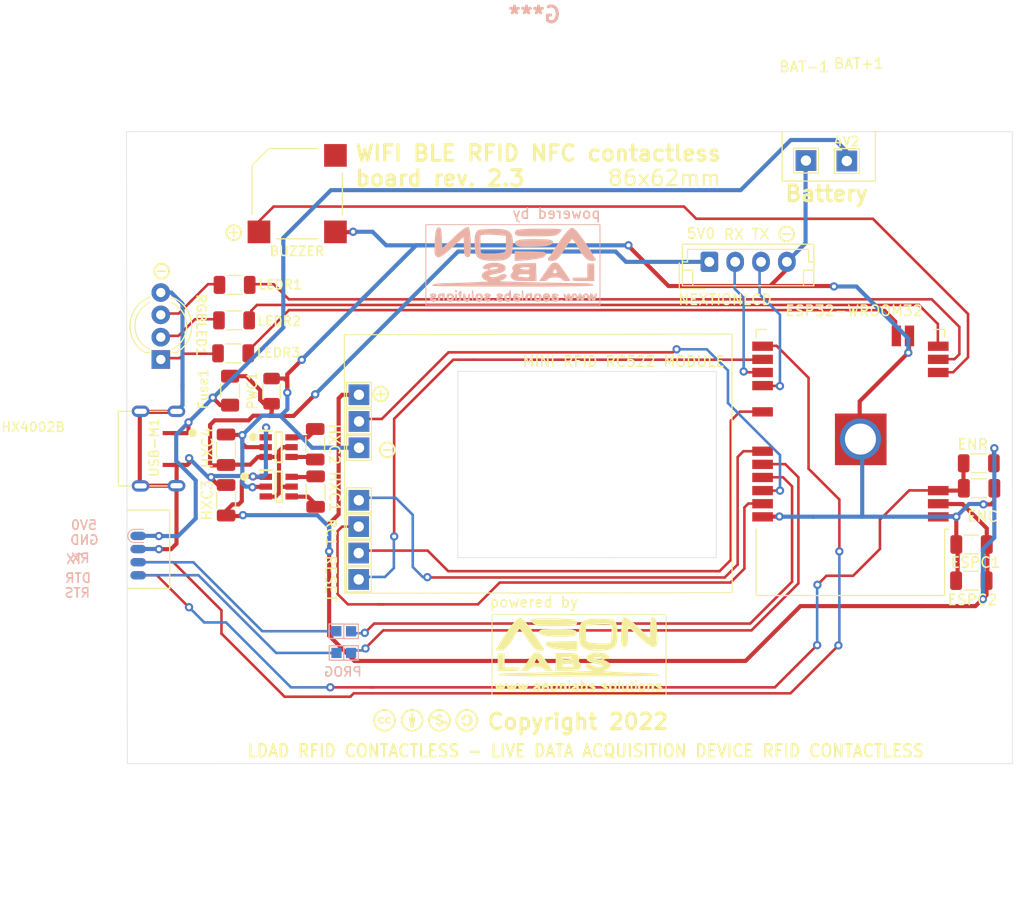
<source format=kicad_pcb>
(kicad_pcb (version 20211014) (generator pcbnew)
  (layers (0 "F.Cu" signal) (31 "B.Cu" signal) (34 "B.Paste" user) (35 "F.Paste" user) (36 "B.SilkS" user "B.Silkscreen") (37 "F.SilkS" user "F.Silkscreen") (38 "B.Mask" user) (39 "F.Mask" user) (44 "Edge.Cuts" user))
  (net 0 "")
  (net 1 "Net-(HX4002B1-Pad4)")
  (net 2 "Net-(HX4002B1-Pad6)")
  (net 3 "Net-(HX4002B2-Pad4)")
  (net 4 "Net-(HX4002B2-Pad6)")
  (net 5 "/GND")
  (net 6 "/5V0")
  (net 7 "/3V3")
  (net 8 "/IO01TX")
  (net 9 "/IO27")
  (net 10 "/IO13")
  (net 11 "/IO12")
  (net 12 "/IO16_U2RX_NexTX")
  (net 13 "/IO14")
  (net 14 "Net-(LEDR1-Pad1)")
  (net 15 "Net-(LEDR2-Pad1)")
  (net 16 "Net-(LEDR3-Pad1)")
  (net 17 "/IO0_BOOT_DTR")
  (net 18 "/IO17_U2TX_NexRX")
  (net 19 "/IO18_RF_SCK")
  (net 20 "/RST_EN_RTS")
  (net 21 "/IO03RX")
  (net 23 "/IO21_RF_MISO")
  (net 24 "/IO22_RF_RST")
  (net 25 "/IO23_RF_MOSI")
  (net 26 "/IO04_RF_SDA")
  (net 49 "/5V0F")
  (net 50 "/TX_IN")
  (net 51 "/RX_IN")
  (footprint "Buzzer_Beeper:MagneticBuzzer_Kobitone_254-EMB84Q-RO" (layer "F.Cu") (at 116.89 88.85 90)
    (fp_text reference "BUZZER1" hide)
    (fp_text value "Buzzer")
  )
  (footprint "Package_SO:SOT95P280X125-6N" (layer "F.Cu") (at 115.1 117.2)
    (fp_text reference "HX4002B1" hide)
    (fp_text value "HX4002B" hide)
  )
  (footprint "Package_SO:SOT95P280X125-6N" (layer "F.Cu") (at 115.09 113.38)
    (fp_text reference "HX4002B2" hide)
    (fp_text value "HX4002B" hide)
  )
  (footprint "TestPoint:TestPoint_THTPad_2.0x2.0mm_Drill1.0mm" (layer "F.Cu") (at 122.86 108.31 180)
    (fp_text reference "ID3V3" hide)
    (fp_text value "RFID3v3")
  )
  (footprint "TestPoint:TestPoint_THTPad_2.0x2.0mm_Drill1.0mm" (layer "F.Cu") (at 122.87 113.44 180)
    (fp_text reference "IDGND1" hide)
    (fp_text value "RFIDGND")
  )
  (footprint "TestPoint:TestPoint_THTPad_2.0x2.0mm_Drill1.0mm" (layer "F.Cu") (at 122.85 118.52 180)
    (fp_text reference "IDMISO1" hide)
    (fp_text value "RFIDMISO")
  )
  (footprint "TestPoint:TestPoint_THTPad_2.0x2.0mm_Drill1.0mm" (layer "F.Cu") (at 122.84 121.07 180)
    (fp_text reference "IDMOSI1" hide)
    (fp_text value "RFIDMOSI")
  )
  (footprint "TestPoint:TestPoint_THTPad_2.0x2.0mm_Drill1.0mm" (layer "F.Cu") (at 122.87 110.89 180)
    (fp_text reference "IDRST1" hide)
    (fp_text value "RFIDRST")
  )
  (footprint "TestPoint:TestPoint_THTPad_2.0x2.0mm_Drill1.0mm" (layer "F.Cu") (at 122.84 123.63 180)
    (fp_text reference "IDSCK1" hide)
    (fp_text value "RFIDSCK")
  )
  (footprint "TestPoint:TestPoint_THTPad_2.0x2.0mm_Drill1.0mm" (layer "F.Cu") (at 122.84 126.18 180)
    (fp_text reference "IDSDA1" hide)
    (fp_text value "RFIDSDA")
  )
  (footprint "LED_THT:LED_D5.0mm-4_RGB_Wide_Pins" (layer "F.Cu") (at 103.69 104.897 90)
    (fp_text reference "RGBLED1")
    (fp_text value "LED_RGB")
  )
  (footprint "MountingHole:MountingHole_6.5mm" (layer "F.Cu") (at 106.13 88.81)
    (fp_text reference "H1" hide)
    (fp_text value "MountingHole")
  )
  (footprint "MountingHole:MountingHole_6.5mm" (layer "F.Cu") (at 106.12 138.3)
    (fp_text reference "H2" hide)
    (fp_text value "MountingHole")
  )
  (footprint "Fuse:Fuse_1206_3216Metric" (layer "F.Cu") (at 110.395 107.915 -90)
    (fp_text reference "Fuse1")
    (fp_text value "Polyfuse")
  )
  (footprint "Capacitor_SMD:C_True_1206_3216Metric" (layer "F.Cu") (at 114.41 107.95 90)
    (fp_text reference "PWC1")
    (fp_text value "0.1pF")
  )
  (footprint "AeonLabs:Micro_USB_pcb_socket_5pin_4weld_points" (layer "F.Cu") (at 102.74 113.34 -90)
    (fp_text reference "USB-M1")
    (fp_text value "USB-M")
  )
  (footprint "MountingHole:MountingHole_6.5mm" (layer "F.Cu") (at 180.45 88.81)
    (fp_text reference "H3" hide)
    (fp_text value "MountingHole")
  )
  (footprint "MountingHole:MountingHole_6.5mm" (layer "F.Cu") (at 180.46 138.29)
    (fp_text reference "H4" hide)
    (fp_text value "MountingHole")
  )
  (footprint "Connector_JST:JST_EH_B4B-EH-A_1x04_P2.50mm_Vertical" (layer "F.Cu") (at 156.77 95.45)
    (fp_text reference "J1" hide)
    (fp_text value "Conn_01x04_Male")
  )
  (footprint "TestPoint:TestPoint_THTPad_2.0x2.0mm_Drill1.0mm" (layer "F.Cu") (at 166.12 85.65)
    (fp_text reference "BAT-1")
    (fp_text value "BAT-")
  )
  (footprint "AeonLabs:aeon logo www" (layer "F.Cu") (at 144.16 133.42)
    (fp_text reference "G***" hide)
    (fp_text value "LOGO" hide)
  )
  (footprint "Capacitor_SMD:C_1206_3216Metric" (layer "F.Cu") (at 182.14 122.8 180)
    (fp_text reference "ESPC1")
    (fp_text value "0.1uF")
  )
  (footprint "Resistor_SMD:R_1206_3216Metric" (layer "F.Cu") (at 110.78 101.11)
    (fp_text reference "LEDR2")
    (fp_text value "330R")
  )
  (footprint "Capacitor_SMD:C_1206_3216Metric" (layer "F.Cu") (at 118.67 117.68 -90)
    (fp_text reference "HXC1")
    (fp_text value "2.2uF")
  )
  (footprint "Capacitor_SMD:C_1206_3216Metric" (layer "F.Cu") (at 182.87 117.36 180)
    (fp_text reference "ESP_EN_C1" hide)
    (fp_text value "0.1uF")
  )
  (footprint "Capacitor_SMD:C_1206_3216Metric" (layer "F.Cu") (at 110.01 118.52 90)
    (fp_text reference "HXC3")
    (fp_text value "2.2uF")
  )
  (footprint "Capacitor_SMD:C_1206_3216Metric" (layer "F.Cu") (at 110 113.63 90)
    (fp_text reference "HXC4")
    (fp_text value "2.2uF")
  )
  (footprint "TestPoint:TestPoint_THTPad_2.0x2.0mm_Drill1.0mm" (layer "F.Cu") (at 170.07 85.69)
    (fp_text reference "BAT+1")
    (fp_text value "BAT+")
  )
  (footprint "Resistor_SMD:R_1206_3216Metric" (layer "F.Cu") (at 110.69 104.3)
    (fp_text reference "LEDR3")
    (fp_text value "330R")
  )
  (footprint "Resistor_SMD:R_1206_3216Metric" (layer "F.Cu") (at 110.83 97.68)
    (fp_text reference "LEDR1")
    (fp_text value "330R")
  )
  (footprint "Capacitor_SMD:C_1206_3216Metric" (layer "F.Cu") (at 118.63 113.1 -90)
    (fp_text reference "HXC2")
    (fp_text value "2.2uF")
  )
  (footprint "Capacitor_SMD:C_1206_3216Metric" (layer "F.Cu") (at 182.12 126.3 180)
    (fp_text reference "ESPC2")
    (fp_text value "22uF")
  )
  (footprint "Resistor_SMD:R_1206_3216Metric" (layer "F.Cu") (at 182.84 114.94 180)
    (fp_text reference "ENR1" hide)
    (fp_text value "10k")
  )
  (footprint "RF_Module:ESP32-WROOM-32" (layer "F.Cu") (at 170.42 111.87 180)
    (fp_text reference "ESP32-WROOM32")
    (fp_text value "ESP32-WROOM-32")
  )
  (footprint "AeonLabs:aeon creative commons logos" (layer "F.Cu") (at 129.3098 139.758532)
    (fp_text reference "G***" hide)
    (fp_text value "LOGO" hide)
  )
  (footprint "TestPoint:TestPoint_Pad_1.0x1.0mm" (layer "B.Cu") (at 120.69 133.29)
    (fp_text reference "CRX1" hide)
    (fp_text value "CRX")
  )
  (footprint "TestPoint:TestPoint_Pad_1.0x1.0mm" (layer "B.Cu") (at 122.1 133.29)
    (fp_text reference "CRX2" hide)
    (fp_text value "CRX2")
  )
  (footprint "TestPoint:TestPoint_Pad_1.0x1.0mm" (layer "B.Cu") (at 120.67 131.19)
    (fp_text reference "CTX1" hide)
    (fp_text value "CTX")
  )
  (footprint "TestPoint:TestPoint_Pad_1.0x1.0mm" (layer "B.Cu") (at 122.1 131.2)
    (fp_text reference "CTX2" hide)
    (fp_text value "CTX2")
  )
  (footprint "AeonLabs:aeon logo www" (layer "B.Cu") (at 137.76 95.7 180)
    (fp_text reference "G***")
    (fp_text value "LOGO" hide)
  )
  (footprint "Connector:SOIC_clipProgSmall" (layer "B.Cu") (at 100.75 123.875 90)
    (fp_text reference "J2" hide)
    (fp_text value "Conn_01x08_Male")
  )
  (gr_line (start 121.48 127.52) (end 158.92 127.46) (layer "F.SilkS") (width 0.1))
  (gr_line (start 121.48 127.52) (end 121.45 102.5) (layer "F.SilkS") (width 0.1))
  (gr_circle (center 112.64 112.39587) (end 112.85587 112.39587) (layer "F.SilkS") (width 0.4) (fill none))
  (gr_circle (center 124.96 108.235202) (end 125.674923 108.215202) (layer "F.SilkS") (width 0.2) (fill none))
  (gr_line (start 100.49 119.47) (end 104.55 119.47) (layer "F.SilkS") (width 0.12))
  (gr_line (start 121.45 102.5) (end 158.95 102.44) (layer "F.SilkS") (width 0.1))
  (gr_circle (center 106.77 111.99) (end 106.98587 111.99) (layer "F.SilkS") (width 0.4) (fill none))
  (gr_circle (center 103.77 96.354798) (end 104.484923 96.334798) (layer "F.SilkS") (width 0.2) (fill none))
  (gr_line (start 163.81 87.63) (end 163.81 82.87) (layer "F.SilkS") (width 0.12))
  (gr_line (start 172.84 87.63) (end 163.81 87.63) (layer "F.SilkS") (width 0.12))
  (gr_circle (center 125.594798 113.64) (end 126.309721 113.62) (layer "F.SilkS") (width 0.2) (fill none))
  (gr_circle (center 164.25 92.75) (end 164.964923 92.73) (layer "F.SilkS") (width 0.2) (fill none))
  (gr_line (start 104.55 119.47) (end 104.55 127.05) (layer "F.SilkS") (width 0.12))
  (gr_circle (center 111.78413 116.23) (end 112 116.23) (layer "F.SilkS") (width 0.4) (fill none))
  (gr_line (start 172.84 82.86) (end 172.84 87.63) (layer "F.SilkS") (width 0.12))
  (gr_line (start 104.55 127.05) (end 100.5 127.05) (layer "F.SilkS") (width 0.12))
  (gr_circle (center 110.75 92.62) (end 111.464923 92.6) (layer "F.SilkS") (width 0.2) (fill none))
  (gr_line (start 158.98 127.46) (end 158.95 102.44) (layer "F.SilkS") (width 0.1))
  (gr_line (start 100.45 144) (end 186.1 144.01) (layer "Edge.Cuts") (width 0.05))
  (gr_line (start 100.37 82.85) (end 100.45 144) (layer "Edge.Cuts") (width 0.05))
  (gr_line (start 132.43 124.07) (end 157.43 124.08) (layer "Edge.Cuts") (width 0.05))
  (gr_line (start 132.44 106.05) (end 132.43 124.07) (layer "Edge.Cuts") (width 0.05))
  (gr_line (start 157.44 106.06) (end 157.43 124.08) (layer "Edge.Cuts") (width 0.05))
  (gr_line (start 132.44 106.05) (end 157.44 106.06) (layer "Edge.Cuts") (width 0.05))
  (gr_line (start 100.37 82.85) (end 186.08 82.86) (layer "Edge.Cuts") (width 0.05))
  (gr_line (start 186.08 82.86) (end 186.1 144.01) (layer "Edge.Cuts") (width 0.05))
  (gr_text "GND\n" (at 96.3 122.36) (layer "B.SilkS") (effects (font (size 0.9 0.9)) (justify mirror)))
  (gr_text "TX" (at 95.31 124.22) (layer "B.SilkS") (effects (font (size 0.9 0.9)) (justify mirror)))
  (gr_text "powered by" (at 141.99 90.77) (layer "B.SilkS") (effects (font (size 1 1)) (justify mirror)))
  (gr_text "RX" (at 95.92 124.13) (layer "B.SilkS") (effects (font (size 0.9 0.9)) (justify mirror)))
  (gr_text "PROG" (at 121.31 135.12) (layer "B.SilkS") (effects (font (size 0.9 0.9)) (justify mirror)))
  (gr_text "5V0" (at 96.25 120.92) (layer "B.SilkS") (effects (font (size 0.9 0.9)) (justify mirror)))
  (gr_text "RTS" (at 95.61 127.48) (layer "B.SilkS") (effects (font (size 0.9 0.9)) (justify mirror)))
  (gr_text "DTR" (at 95.69 126.05) (layer "B.SilkS") (effects (font (size 0.9 0.9)) (justify mirror)))
  (gr_text "86x62mm" (at 152.42 87.34) (layer "F.SilkS") (effects (font (size 1.5 1.5) (thickness 0.2))))
  (gr_text "MINI RFID RC522 MODULE" (at 148.49 105.09) (layer "F.SilkS") (effects (font (size 1 1))))
  (gr_text "LDAD RFID CONTACTLESS - LIVE DATA ACQUISITION DEVICE RFID CONTACTLESS" (at 144.81 142.77) (layer "F.SilkS") (effects (font (size 1.2 1.1) (thickness 0.2))))
  (gr_text "Battery" (at 168.12 88.85) (layer "F.SilkS") (effects (font (size 1.5 1.5) (thickness 0.3))))
  (gr_text "Copyright 2022 " (at 144.63 139.94) (layer "F.SilkS") (effects (font (size 1.5 1.5) (thickness 0.3))))
  (gr_text "-" (at 164.25 92.675202) (layer "F.SilkS") (effects (font (size 1 1))))
  (gr_text "WIFI BLE RFID NFC contactless \nboard rev. 2.3" (at 122.37 86.15) (layer "F.SilkS") (effects (font (size 1.5 1.5) (thickness 0.3)) (justify left)))
  (gr_text "+" (at 124.96 108.19) (layer "F.SilkS") (effects (font (size 1 1))))
  (gr_text "TX" (at 161.72 92.77) (layer "F.SilkS") (effects (font (size 1 1))))
  (gr_text "NEXTIONLCD" (at 158.29 99.11) (layer "F.SilkS") (effects (font (size 1 1))))
  (gr_text "5V0" (at 155.96 92.7) (layer "F.SilkS") (effects (font (size 1 1))))
  (gr_text "BUZZER" (at 116.87 94.42) (layer "F.SilkS") (effects (font (size 0.9 0.9))))
  (gr_text "RESET" (at 120.13 126.11 -90) (layer "F.SilkS") (effects (font (size 1 1))))
  (gr_text "+" (at 110.74 92.54) (layer "F.SilkS") (effects (font (size 1 1))))
  (gr_text "4V2" (at 170.05 83.8) (layer "F.SilkS") (effects (font (size 0.9 0.9))))
  (gr_text "-" (at 103.77 96.28) (layer "F.SilkS") (effects (font (size 1 1))))
  (gr_text "RX" (at 159.15 92.8) (layer "F.SilkS") (effects (font (size 1 1))))
  (gr_text "RC1" (at 120.16 121.63 -90) (layer "F.SilkS") (effects (font (size 0.9 0.9))))
  (gr_text "ENC" (at 183.2 120.1) (layer "F.SilkS") (effects (font (size 1 1))))
  (gr_text "powered by" (at 139.79 128.38) (layer "F.SilkS") (effects (font (size 1 1))))
  (gr_text "HX4002B" (at 91.33 111.44) (layer "F.SilkS") (effects (font (size 0.9 0.9))))
  (gr_text "ENR" (at 182.26 113.1) (layer "F.SilkS") (effects (font (size 1 1))))
  (gr_text "-" (at 125.594798 113.565202) (layer "F.SilkS") (effects (font (size 1 1))))
  (segment (start 118.055 118.3) (end 118.68 118.925) (width 0.4) (layer "F.Cu") (net 1))
  (segment (start 117.925 118.17) (end 118.68 118.925) (width 0.4) (layer "F.Cu") (net 1))
  (segment (start 116.34 118.17) (end 117.925 118.17) (width 0.4) (layer "F.Cu") (net 1))
  (segment (start 116.34 116.27) (end 118.385 116.27) (width 0.4) (layer "F.Cu") (net 2))
  (segment (start 118.405 114.33) (end 118.69 114.615) (width 0.4) (layer "F.Cu") (net 3))
  (segment (start 116.34 114.33) (end 118.405 114.33) (width 0.4) (layer "F.Cu") (net 3))
  (segment (start 117.925 112.43) (end 118.69 111.665) (width 0.4) (layer "F.Cu") (net 4))
  (segment (start 116.34 112.43) (end 117.925 112.43) (width 0.4) (layer "F.Cu") (net 4))
  (segment (start 115.93 108.1) (end 115.93 106.33) (width 0.4) (layer "F.Cu") (net 5))
  (segment (start 113.84 113.38) (end 111.94 113.38) (width 0.4) (layer "F.Cu") (net 5))
  (segment (start 164.27 95.45) (end 164.27 96.17) (width 0.4) (layer "F.Cu") (net 5))
  (segment (start 184.02 118.92) (end 183.29 118.92) (width 0.4) (layer "F.Cu") (net 5))
  (segment (start 105.22 115.125) (end 105.22 116.795) (width 0.4) (layer "F.Cu") (net 5))
  (segment (start 114.41 106.74) (end 115.64 106.74) (width 0.4) (layer "F.Cu") (net 5))
  (segment (start 180.665 122.8) (end 180.665 120.215) (width 0.4) (layer "F.Cu") (net 5))
  (segment (start 101.68 117.17) (end 101.66 117.19) (width 0.25) (layer "F.Cu") (net 5))
  (segment (start 104.68 123.25) (end 105.21 122.72) (width 0.4) (layer "F.Cu") (net 5))
  (segment (start 120.41 92.57) (end 122.35 92.57) (width 0.4) (layer "F.Cu") (net 5))
  (segment (start 103.5045 123.25) (end 104.68 123.25) (width 0.4) (layer "F.Cu") (net 5))
  (segment (start 180.665 120.215) (end 180.79 120.09) (width 0.4) (layer "F.Cu") (net 5))
  (segment (start 176.02 104.24) (end 171.315 108.945) (width 0.4) (layer "F.Cu") (net 5))
  (segment (start 111.555 112.195) (end 111.58 112.22) (width 0.4) (layer "F.Cu") (net 5))
  (segment (start 105.21 122.72) (end 105.21 117.11) (width 0.4) (layer "F.Cu") (net 5))
  (segment (start 184.07 117.565) (end 184.315 117.32) (width 0.4) (layer "F.Cu") (net 5))
  (segment (start 113.84 117.22) (end 112.5 117.22) (width 0.4) (layer "F.Cu") (net 5))
  (segment (start 111.58 113.02) (end 111.58 112.22) (width 0.4) (layer "F.Cu") (net 5))
  (segment (start 108.585 116.395) (end 108.51 116.32) (width 0.4) (layer "F.Cu") (net 5))
  (segment (start 168.81 97.81) (end 168.83 97.83) (width 0.4) (layer "F.Cu") (net 5))
  (segment (start 111.94 113.38) (end 111.58 113.02) (width 0.4) (layer "F.Cu") (net 5))
  (segment (start 115.93 106.33) (end 117.33 104.93) (width 0.4) (layer "F.Cu") (net 5))
  (segment (start 184.345 117.36) (end 184.345 118.595) (width 0.4) (layer "F.Cu") (net 5))
  (segment (start 104.87 116.77) (end 105.21 117.11) (width 0.4) (layer "F.Cu") (net 5))
  (segment (start 105.16 117.11) (end 101.7 117.11) (width 0.4) (layer "F.Cu") (net 5))
  (segment (start 152.82 97.79) (end 148.96 93.93) (width 0.4) (layer "F.Cu") (net 5))
  (segment (start 102.4 109.835) (end 102.38 109.815) (width 0.25) (layer "F.Cu") (net 5))
  (segment (start 110.05 112.195) (end 111.555 112.195) (width 0.4) (layer "F.Cu") (net 5))
  (segment (start 180.36 120.1) (end 180.35 120.11) (width 0.25) (layer "F.Cu") (net 5))
  (segment (start 180.795 122.8) (end 180.795 124.725) (width 0.4) (layer "F.Cu") (net 5))
  (segment (start 106.43 114.45) (end 106.43 114.92) (width 0.4) (layer "F.Cu") (net 5))
  (segment (start 180.795 124.725) (end 180.795 126.23) (width 0.4) (layer "F.Cu") (net 5))
  (segment (start 169.35 113.57) (end 169.35 113.72) (width 0.25) (layer "F.Cu") (net 5))
  (segment (start 176.095 104.165) (end 176.02 104.24) (width 0.25) (layer "F.Cu") (net 5))
  (segment (start 109.285 117.095) (end 108.585 116.395) (width 0.4) (layer "F.Cu") (net 5))
  (segment (start 115.93 107.03) (end 115.93 108.1) (width 0.4) (layer "F.Cu") (net 5))
  (segment (start 180.83 120.06) (end 179.135 120.06) (width 0.4) (layer "F.Cu") (net 5))
  (segment (start 171.315 108.945) (end 171.315 112.6) (width 0.4) (layer "F.Cu") (net 5))
  (segment (start 162.65 97.79) (end 168.79 97.79) (width 0.4) (layer "F.Cu") (net 5))
  (segment (start 106.43 114.92) (end 106.25 115.1) (width 0.4) (layer "F.Cu") (net 5))
  (segment (start 106.25 115.1) (end 104.87 115.1) (width 0.4) (layer "F.Cu") (net 5))
  (segment (start 110.06 117.095) (end 109.285 117.095) (width 0.4) (layer "F.Cu") (net 5))
  (segment (start 101.66 117.19) (end 101.66 109.97) (width 0.4) (layer "F.Cu") (net 5))
  (segment (start 176.095 102.595) (end 176.095 104.165) (width 0.4) (layer "F.Cu") (net 5))
  (segment (start 101.595 109.97) (end 105.245 109.97) (width 0.4) (layer "F.Cu") (net 5))
  (segment (start 168.79 97.79) (end 168.83 97.83) (width 0.4) (layer "F.Cu") (net 5))
  (segment (start 161.835 120.1) (end 163.46 120.1) (width 0.4) (layer "F.Cu") (net 5))
  (segment (start 164.27 96.17) (end 162.65 97.79) (width 0.4) (layer "F.Cu") (net 5))
  (segment (start 115.64 106.74) (end 115.93 107.03) (width 0.4) (layer "F.Cu") (net 5))
  (segment (start 162.65 97.79) (end 152.82 97.79) (width 0.4) (layer "F.Cu") (net 5))
  (segment (start 184.345 118.595) (end 184.02 118.92) (width 0.4) (layer "F.Cu") (net 5))
  (via (at 108.56 116.28) (size 0.8) (drill 0.4) (layers "F.Cu" "B.Cu") (net 5))
  (via (at 183.29 118.92) (size 0.8) (drill 0.4) (layers "F.Cu" "B.Cu") (net 5))
  (via (at 112.56 117.26) (size 0.8) (drill 0.4) (layers "F.Cu" "B.Cu") (net 5))
  (via (at 115.93 108.1) (size 0.8) (drill 0.4) (layers "F.Cu" "B.Cu") (net 5))
  (via (at 171.39 112.6) (size 4) (drill 3) (layers "F.Cu" "B.Cu") (net 5))
  (via (at 117.33 104.93) (size 0.8) (drill 0.4) (layers "F.Cu" "B.Cu") (net 5))
  (via (at 106.43 114.45) (size 0.8) (drill 0.4) (layers "F.Cu" "B.Cu") (net 5))
  (via (at 103.5045 123.25) (size 0.8) (drill 0.4) (layers "F.Cu" "B.Cu") (net 5))
  (via (at 168.83 97.83) (size 0.8) (drill 0.4) (layers "F.Cu" "B.Cu") (net 5))
  (via (at 180.67 120.11) (size 0.8) (drill 0.4) (layers "F.Cu" "B.Cu") (net 5))
  (via (at 176.02 104.24) (size 0.8) (drill 0.4) (layers "F.Cu" "B.Cu") (net 5))
  (via (at 148.94 93.85) (size 0.8) (drill 0.4) (layers "F.Cu" "B.Cu") (net 5))
  (via (at 111.58 112.22) (size 0.8) (drill 0.4) (layers "F.Cu" "B.Cu") (net 5))
  (via (at 163.55 120.09) (size 0.8) (drill 0.4) (layers "F.Cu" "B.Cu") (net 5))
  (via (at 122.3 92.54) (size 0.8) (drill 0.4) (layers "F.Cu" "B.Cu") (net 5))
  (segment (start 101.5795 123.235) (end 103.3395 123.235) (width 0.4) (layer "B.Cu") (net 5))
  (segment (start 181.9 118.88) (end 180.67 120.11) (width 0.4) (layer "B.Cu") (net 5))
  (segment (start 128.4 93.85) (end 129.21 93.85) (width 0.4) (layer "B.Cu") (net 5))
  (segment (start 119.96 113.44) (end 118.34 113.44) (width 0.4) (layer "B.Cu") (net 5))
  (segment (start 174.55 120.11) (end 172.65 120.11) (width 0.4) (layer "B.Cu") (net 5))
  (segment (start 168.83 97.83) (end 170.99 97.83) (width 0.4) (layer "B.Cu") (net 5))
  (segment (start 122.3 92.54) (end 124.18 92.54) (width 0.4) (layer "B.Cu") (net 5))
  (segment (start 115.22 110.32) (end 115.32 110.32) (width 0.4) (layer "B.Cu") (net 5))
  (segment (start 105.79 99.51) (end 105.79 107.22) (width 0.4) (layer "B.Cu") (net 5))
  (segment (start 124.18 92.54) (end 125.49 93.85) (width 0.4) (layer "B.Cu") (net 5))
  (segment (start 115.94 108.13) (end 115.86 108.05) (width 0.4) (layer "B.Cu") (net 5))
  (segment (start 115.94 108.11) (end 115.93 108.1) (width 0.4) (layer "B.Cu") (net 5))
  (segment (start 113.48 110.32) (end 111.58 112.22) (width 0.4) (layer "B.Cu") (net 5))
  (segment (start 166.08 93.64) (end 166.08 85.69) (width 0.4) (layer "B.Cu") (net 5))
  (segment (start 105.79 107.22) (end 105.79 107.77) (width 0.4) (layer "B.Cu") (net 5))
  (segment (start 172.65 120.11) (end 166.86 120.11) (width 0.4) (layer "B.Cu") (net 5))
  (segment (start 105.79 107.22) (end 105.79 109.33) (width 0.4) (layer "B.Cu") (net 5))
  (segment (start 111.58 116.89) (end 111.89 117.2) (width 0.4) (layer "B.Cu") (net 5))
  (segment (start 166.86 120.11) (end 166.79 120.11) (width 0.4) (layer "B.Cu") (net 5))
  (segment (start 105.79 109.33) (end 105.2 109.92) (width 0.4) (layer "B.Cu") (net 5))
  (segment (start 183.25 118.88) (end 183.29 118.92) (width 0.4) (layer "B.Cu") (net 5))
  (segment (start 115.32 110.32) (end 115.94 109.7) (width 0.4) (layer "B.Cu") (net 5))
  (segment (start 103.69 98.42) (end 104.7 98.42) (width 0.4) (layer "B.Cu") (net 5))
  (segment (start 111.58 113.48) (end 111.58 112.22) (width 0.4) (layer "B.Cu") (net 5))
  (segment (start 115.94 109.7) (end 115.94 108.11) (width 0.4) (layer "B.Cu") (net 5))
  (segment (start 117.33 104.92) (end 123.21 99.04) (width 0.4) (layer "B.Cu") (net 5))
  (segment (start 117.33 104.93) (end 117.33 104.92) (width 0.4) (layer "B.Cu") (net 5))
  (segment (start 111.58 116.17) (end 108.66 116.17) (width 0.4) (layer "B.Cu") (net 5))
  (segment (start 111.58 113.3) (end 111.58 113.48) (width 0.4) (layer "B.Cu") (net 5))
  (segment (start 171.56 112.69) (end 171.56 120.11) (width 0.4) (layer "B.Cu") (net 5))
  (segment (start 170.99 97.83) (end 176.02 102.86) (width 0.4) (layer "B.Cu") (net 5))
  (segment (start 104.7 98.42) (end 105.79 99.51) (width 0.4) (layer "B.Cu") (net 5))
  (segment (start 148.94 93.85) (end 129.21 93.85) (width 0.4) (layer "B.Cu") (net 5))
  (segment (start 111.58 116.17) (end 111.58 116.89) (width 0.4) (layer "B.Cu") (net 5))
  (segment (start 108.26 116.28) (end 108.56 116.28) (width 0.4) (layer "B.Cu") (net 5))
  (segment (start 119.96 113.44) (end 122.87 113.44) (width 0.4) (layer "B.Cu") (net 5))
  (segment (start 108.66 116.17) (end 108.51 116.32) (width 0.4) (layer "B.Cu") (net 5))
  (segment (start 174.56 120.1) (end 174.55 120.11) (width 0.25) (layer "B.Cu") (net 5))
  (segment (start 164.01 95.19) (end 164.27 95.45) (width 0.4) (layer "B.Cu") (net 5))
  (segment (start 180.35 120.11) (end 174.55 120.11) (width 0.4) (layer "B.Cu") (net 5))
  (segment (start 111.89 117.2) (end 112.65 117.2) (width 0.4) (layer "B.Cu") (net 5))
  (segment (start 181.9 118.88) (end 183.25 118.88) (width 0.4) (layer "B.Cu") (net 5))
  (segment (start 176.02 102.86) (end 176.02 104.24) (width 0.4) (layer "B.Cu") (net 5))
  (segment (start 119.63 113.44) (end 119.96 113.44) (width 0.4) (layer "B.Cu") (net 5))
  (segment (start 163.57 120.11) (end 163.55 120.09) (width 0.4) (layer "B.Cu") (net 5))
  (segment (start 113.48 110.32) (end 115.22 110.32) (width 0.4) (layer "B.Cu") (net 5))
  (segment (start 125.49 93.85) (end 125.89 93.85) (width 0.4) (layer "B.Cu") (net 5))
  (segment (start 123.21 99.04) (end 123.62 98.63) (width 0.4) (layer "B.Cu") (net 5))
  (segment (start 166.08 85.69) (end 166.12 85.65) (width 0.4) (layer "B.Cu") (net 5))
  (segment (start 164.27 95.45) (end 166.08 93.64) (width 0.4) (layer "B.Cu") (net 5))
  (segment (start 129.21 93.85) (end 125.89 93.85) (width 0.4) (layer "B.Cu") (net 5))
  (segment (start 166.86 120.11) (end 163.57 120.11) (width 0.4) (layer "B.Cu") (net 5))
  (segment (start 166.79 120.11) (end 166.74 120.16) (width 0.25) (layer "B.Cu") (net 5))
  (segment (start 118.34 113.44) (end 115.22 110.32) (width 0.4) (layer "B.Cu") (net 5))
  (segment (start 111.58 113.48) (end 111.58 116.17) (width 0.4) (layer "B.Cu") (net 5))
  (segment (start 123.21 99.04) (end 128.4 93.85) (width 0.4) (layer "B.Cu") (net 5))
  (segment (start 106.43 114.45) (end 108.26 116.28) (width 0.4) (layer "B.Cu") (net 5))
  (segment (start 113.08 114.33) (end 113.84 114.33) (width 0.4) (layer "F.Cu") (net 6))
  (segment (start 108.575 115.145) (end 108.46 115.03) (width 0.4) (layer "F.Cu") (net 6))
  (segment (start 114.41 110.11) (end 114.185 110.335) (width 0.4) (layer "F.Cu") (net 6))
  (segment (start 114.21 110.36) (end 116.54 110.36) (width 0.4) (layer "F.Cu") (net 6))
  (segment (start 109.685 115.075) (end 111.18 115.075) (width 0.4) (layer "F.Cu") (net 6))
  (segment (start 108.46 111.23) (end 108.905 110.785) (width 0.4) (layer "F.Cu") (net 6))
  (segment (start 114.86 114.33) (end 113.84 114.33) (width 0.4) (layer "F.Cu") (net 6))
  (segment (start 116.54 110.36) (end 118.63 108.27) (width 0.4) (layer "F.Cu") (net 6))
  (segment (start 115.53 113.38) (end 115.23 113.68) (width 0.4) (layer "F.Cu") (net 6))
  (segment (start 115.13 114.47) (end 115.13 114.13) (width 0.4) (layer "F.Cu") (net 6))
  (segment (start 114.41 109.18) (end 114.41 110.11) (width 0.4) (layer "F.Cu") (net 6))
  (segment (start 115.13 117.83) (end 115.13 114.47) (width 0.4) (layer "F.Cu") (net 6))
  (segment (start 114.185 110.335) (end 112.635 110.335) (width 0.4) (layer "F.Cu") (net 6))
  (segment (start 114.185 110.335) (end 114.21 110.36) (width 0.4) (layer "F.Cu") (net 6))
  (segment (start 108.46 115.03) (end 108.46 111.23) (width 0.4) (layer "F.Cu") (net 6))
  (segment (start 111.18 115.075) (end 112.335 115.075) (width 0.4) (layer "F.Cu") (net 6))
  (segment (start 112.335 115.075) (end 113.08 114.33) (width 0.4) (layer "F.Cu") (net 6))
  (segment (start 111.955 106.515) (end 110.395 106.515) (width 0.4) (layer "F.Cu") (net 6))
  (segment (start 116.34 117.22) (end 115.32 117.22) (width 0.4) (layer "F.Cu") (net 6))
  (segment (start 108.905 110.785) (end 112.185 110.785) (width 0.4) (layer "F.Cu") (net 6))
  (segment (start 109.39 114.78) (end 109.685 115.075) (width 0.4) (layer "F.Cu") (net 6))
  (segment (start 115.13 113.78) (end 115.23 113.68) (width 0.4) (layer "F.Cu") (net 6))
  (segment (start 110.37 106.54) (end 110.395 106.515) (width 0.25) (layer "F.Cu") (net 6))
  (segment (start 113.68 109.18) (end 113.3 108.8) (width 0.4) (layer "F.Cu") (net 6))
  (segment (start 114.79 118.17) (end 113.84 118.17) (width 0.4) (layer "F.Cu") (net 6))
  (segment (start 114.41 109.18) (end 113.68 109.18) (width 0.4) (layer "F.Cu") (net 6))
  (segment (start 113.3 108.8) (end 113.3 107.86) (width 0.4) (layer "F.Cu") (net 6))
  (segment (start 114.43 109.86) (end 114.43 109.09) (width 0.4) (layer "F.Cu") (net 6))
  (segment (start 110.05 115.145) (end 108.575 115.145) (width 0.4) (layer "F.Cu") (net 6))
  (segment (start 115.13 117.83) (end 114.79 118.17) (width 0.4) (layer "F.Cu") (net 6))
  (segment (start 113.84 114.33) (end 113.14 114.33) (width 0.4) (layer "F.Cu") (net 6))
  (segment (start 116.34 113.38) (end 115.53 113.38) (width 0.4) (layer "F.Cu") (net 6))
  (segment (start 115.13 114.47) (end 115.13 113.78) (width 0.4) (layer "F.Cu") (net 6))
  (segment (start 113.3 107.86) (end 111.955 106.515) (width 0.4) (layer "F.Cu") (net 6))
  (segment (start 112.185 110.785) (end 112.635 110.335) (width 0.4) (layer "F.Cu") (net 6))
  (segment (start 115.13 114.13) (end 115.095 114.095) (width 0.4) (layer "F.Cu") (net 6))
  (via (at 118.63 108.27) (size 0.8) (drill 0.4) (layers "F.Cu" "B.Cu") (net 6))
  (segment (start 132.45 94.45) (end 147.7 94.45) (width 0.4) (layer "B.Cu") (net 6))
  (segment (start 118.63 108.27) (end 132.45 94.45) (width 0.4) (layer "B.Cu") (net 6))
  (segment (start 148.7 95.45) (end 156.77 95.45) (width 0.4) (layer "B.Cu") (net 6))
  (segment (start 147.7 94.45) (end 148.7 95.45) (width 0.4) (layer "B.Cu") (net 6))
  (segment (start 122.85 108.32) (end 122.86 108.31) (width 0.4) (layer "F.Cu") (net 7))
  (segment (start 160.27 134.07) (end 165.58 128.76) (width 0.4) (layer "F.Cu") (net 7))
  (segment (start 119.98 120.79) (end 120.9 119.87) (width 0.4) (layer "F.Cu") (net 7))
  (segment (start 177.31 128.76) (end 177.3 128.75) (width 0.4) (layer "F.Cu") (net 7))
  (segment (start 110.06 120.045) (end 111.555 120.045) (width 0.4) (layer "F.Cu") (net 7))
  (segment (start 110.63 118.92) (end 111.22 118.92) (width 0.4) (layer "F.Cu") (net 7))
  (segment (start 110.06 120.045) (end 110.06 119.49) (width 0.4) (layer "F.Cu") (net 7))
  (segment (start 120.9 119.87) (end 120.9 108.66) (width 0.4) (layer "F.Cu") (net 7))
  (segment (start 111.22 118.92) (end 111.53 118.61) (width 0.4) (layer "F.Cu") (net 7))
  (segment (start 111.53 116.68) (end 111.98 116.23) (width 0.4) (layer "F.Cu") (net 7))
  (segment (start 181.265 118.885) (end 179.12 118.885) (width 0.4) (layer "F.Cu") (net 7))
  (segment (start 111.555 120.045) (end 111.64 119.96) (width 0.4) (layer "F.Cu") (net 7))
  (segment (start 184.3025 114.87) (end 184.3025 113.5275) (width 0.4) (layer "F.Cu") (net 7))
  (segment (start 183.775 126.18) (end 183.705 126.25) (width 0.4) (layer "F.Cu") (net 7))
  (segment (start 122.43 134.07) (end 160.27 134.07) (width 0.4) (layer "F.Cu") (net 7))
  (segment (start 184.3025 113.5275) (end 184.345 113.485) (width 0.4) (layer "F.Cu") (net 7))
  (segment (start 111.53 118.61) (end 111.53 116.68) (width 0.4) (layer "F.Cu") (net 7))
  (segment (start 183.615 121.235) (end 181.265 118.885) (width 0.4) (layer "F.Cu") (net 7))
  (segment (start 119.98 131.62) (end 122.43 134.07) (width 0.4) (layer "F.Cu") (net 7))
  (segment (start 183.615 122.8) (end 183.615 121.235) (width 0.4) (layer "F.Cu") (net 7))
  (segment (start 119.98 123.46) (end 119.98 120.79) (width 0.4) (layer "F.Cu") (net 7))
  (segment (start 184.315 114.8325) (end 184.3175 114.83) (width 0.4) (layer "F.Cu") (net 7))
  (segment (start 182.52 128.76) (end 177.31 128.76) (width 0.4) (layer "F.Cu") (net 7))
  (segment (start 165.58 128.76) (end 177.31 128.76) (width 0.4) (layer "F.Cu") (net 7))
  (segment (start 113.84 116.27) (end 112.58 116.27) (width 0.4) (layer "F.Cu") (net 7))
  (segment (start 113.84 112.43) (end 113.86 112.41) (width 0.4) (layer "F.Cu") (net 7))
  (segment (start 111.98 116.23) (end 112.64 116.23) (width 0.4) (layer "F.Cu") (net 7))
  (segment (start 120.9 108.66) (end 121.24 108.32) (width 0.4) (layer "F.Cu") (net 7))
  (segment (start 110.06 119.49) (end 110.63 118.92) (width 0.4) (layer "F.Cu") (net 7))
  (segment (start 183.595 126.3) (end 183.595 127.685) (width 0.4) (layer "F.Cu") (net 7))
  (segment (start 119.98 123.46) (end 119.98 131.62) (width 0.4) (layer "F.Cu") (net 7))
  (segment (start 183.675 126.3) (end 183.675 122.87) (width 0.4) (layer "F.Cu") (net 7))
  (segment (start 183.595 127.685) (end 182.52 128.76) (width 0.4) (layer "F.Cu") (net 7))
  (segment (start 113.89 112.525) (end 113.89 111.335) (width 0.4) (layer "F.Cu") (net 7))
  (segment (start 121.24 108.32) (end 122.85 108.32) (width 0.4) (layer "F.Cu") (net 7))
  (via (at 112.61 116.22) (size 0.8) (drill 0.4) (layers "F.Cu" "B.Cu") (net 7))
  (via (at 113.88 111.48) (size 0.8) (drill 0.4) (layers "F.Cu" "B.Cu") (net 7))
  (via (at 119.98 123.46) (size 0.8) (drill 0.4) (layers "F.Cu" "B.Cu") (net 7))
  (via (at 111.64 119.96) (size 0.8) (drill 0.4) (layers "F.Cu" "B.Cu") (net 7))
  (via (at 183.24 128.08) (size 0.8) (drill 0.4) (layers "F.Cu" "B.Cu") (net 7))
  (via (at 184.345 113.485) (size 0.8) (drill 0.4) (layers "F.Cu" "B.Cu") (net 7))
  (segment (start 113.86 115.96) (end 113.59 116.23) (width 0.4) (layer "B.Cu") (net 7))
  (segment (start 113.86 115.96) (end 113.86 111.5) (width 0.4) (layer "B.Cu") (net 7))
  (segment (start 183.24 128.08) (end 183.24 123.24) (width 0.4) (layer "B.Cu") (net 7))
  (segment (start 118.83 119.96) (end 119.98 121.11) (width 0.4) (layer "B.Cu") (net 7))
  (segment (start 113.86 111.5) (end 113.88 111.48) (width 0.4) (layer "B.Cu") (net 7))
  (segment (start 113.59 116.23) (end 112.64 116.23) (width 0.4) (layer "B.Cu") (net 7))
  (segment (start 184.345 122.135) (end 184.345 113.485) (width 0.4) (layer "B.Cu") (net 7))
  (segment (start 119.98 121.11) (end 119.98 123.46) (width 0.4) (layer "B.Cu") (net 7))
  (segment (start 183.24 123.24) (end 184.345 122.135) (width 0.4) (layer "B.Cu") (net 7))
  (segment (start 111.64 119.96) (end 118.83 119.96) (width 0.4) (layer "B.Cu") (net 7))
  (segment (start 124.33 130.45) (end 123.43 131.35) (width 0.25) (layer "F.Cu") (net 8))
  (segment (start 164.775 126.395) (end 160.72 130.45) (width 0.25) (layer "F.Cu") (net 8))
  (segment (start 164.775 117.175) (end 164.775 126.395) (width 0.25) (layer "F.Cu") (net 8))
  (segment (start 161.88 116.295) (end 163.895 116.295) (width 0.25) (layer "F.Cu") (net 8))
  (segment (start 160.72 130.45) (end 124.33 130.45) (width 0.25) (layer "F.Cu") (net 8))
  (segment (start 163.895 116.295) (end 164.775 117.175) (width 0.25) (layer "F.Cu") (net 8))
  (via (at 123.43 131.35) (size 0.8) (drill 0.4) (layers "F.Cu" "B.Cu") (net 8))
  (segment (start 122.25 131.39) (end 123.39 131.39) (width 0.25) (layer "B.Cu") (net 8))
  (segment (start 123.39 131.39) (end 123.43 131.35) (width 0.25) (layer "B.Cu") (net 8))
  (segment (start 181.8 104.69) (end 180.355 106.135) (width 0.25) (layer "F.Cu") (net 9))
  (segment (start 113.19 92.55) (end 113.19 91.52) (width 0.25) (layer "F.Cu") (net 9))
  (segment (start 114.61 90.1) (end 154.32 90.1) (width 0.25) (layer "F.Cu") (net 9))
  (segment (start 155.5 91.28) (end 172.59 91.28) (width 0.25) (layer "F.Cu") (net 9))
  (segment (start 180.355 106.135) (end 178.88 106.135) (width 0.25) (layer "F.Cu") (net 9))
  (segment (start 172.59 91.28) (end 172.925 91.615) (width 0.25) (layer "F.Cu") (net 9))
  (segment (start 181.8 100.49) (end 181.8 104.69) (width 0.25) (layer "F.Cu") (net 9))
  (segment (start 113.19 91.52) (end 114.61 90.1) (width 0.25) (layer "F.Cu") (net 9))
  (segment (start 154.32 90.1) (end 155.5 91.28) (width 0.25) (layer "F.Cu") (net 9))
  (segment (start 172.925 91.615) (end 181.8 100.49) (width 0.25) (layer "F.Cu") (net 9))
  (segment (start 112.455 104.845) (end 112.455 104.34) (width 0.25) (layer "F.Cu") (net 10))
  (segment (start 174.825 102.595) (end 174.825 101.195) (width 0.25) (layer "F.Cu") (net 10))
  (segment (start 173.75 100.12) (end 116.09 100.12) (width 0.25) (layer "F.Cu") (net 10))
  (segment (start 116.09 100.12) (end 112.455 103.755) (width 0.25) (layer "F.Cu") (net 10))
  (segment (start 174.825 101.195) (end 173.75 100.12) (width 0.25) (layer "F.Cu") (net 10))
  (segment (start 112.455 103.755) (end 112.455 104.34) (width 0.25) (layer "F.Cu") (net 10))
  (segment (start 177.04 99.62) (end 113 99.62) (width 0.25) (layer "F.Cu") (net 11))
  (segment (start 178.88 101.46) (end 177.04 99.62) (width 0.25) (layer "F.Cu") (net 11))
  (segment (start 178.88 103.595) (end 178.88 101.46) (width 0.25) (layer "F.Cu") (net 11))
  (segment (start 113 99.62) (end 112.455 100.165) (width 0.25) (layer "F.Cu") (net 11))
  (segment (start 112.455 100.165) (end 112.455 101) (width 0.25) (layer "F.Cu") (net 11))
  (segment (start 161.88 106.135) (end 160.075 106.135) (width 0.25) (layer "F.Cu") (net 12))
  (via (at 160.09 106.06) (size 0.8) (drill 0.4) (layers "F.Cu" "B.Cu") (net 12))
  (segment (start 160.09 106.06) (end 160.09 98.92) (width 0.25) (layer "B.Cu") (net 12))
  (segment (start 160.09 98.92) (end 159.22 98.05) (width 0.25) (layer "B.Cu") (net 12))
  (segment (start 159.22 98.05) (end 159.22 95.5) (width 0.25) (layer "B.Cu") (net 12))
  (segment (start 159.22 95.5) (end 159.27 95.45) (width 0.25) (layer "B.Cu") (net 12))
  (segment (start 114.61 97.61) (end 116.075 99.075) (width 0.25) (layer "F.Cu") (net 13))
  (segment (start 180.485 104.865) (end 178.88 104.865) (width 0.25) (layer "F.Cu") (net 13))
  (segment (start 180.96 101.74) (end 180.96 104.39) (width 0.25) (layer "F.Cu") (net 13))
  (segment (start 112.455 97.61) (end 114.61 97.61) (width 0.25) (layer "F.Cu") (net 13))
  (segment (start 178.295 99.075) (end 180.96 101.74) (width 0.25) (layer "F.Cu") (net 13))
  (segment (start 116.075 99.075) (end 178.295 99.075) (width 0.25) (layer "F.Cu") (net 13))
  (segment (start 180.96 104.39) (end 180.485 104.865) (width 0.25) (layer "F.Cu") (net 13))
  (segment (start 106.39 99.48) (end 106.75 99.12) (width 0.25) (layer "F.Cu") (net 14))
  (segment (start 105.421 100.449) (end 106.75 99.12) (width 0.25) (layer "F.Cu") (net 14))
  (segment (start 108.26 97.61) (end 109.53 97.61) (width 0.25) (layer "F.Cu") (net 14))
  (segment (start 106.75 99.12) (end 108.26 97.61) (width 0.25) (layer "F.Cu") (net 14))
  (segment (start 103.82 100.449) (end 103.69 100.579) (width 0.25) (layer "F.Cu") (net 14))
  (segment (start 105.421 100.449) (end 103.82 100.449) (width 0.25) (layer "F.Cu") (net 14))
  (segment (start 105.392 102.608) (end 107 101) (width 0.25) (layer "F.Cu") (net 15))
  (segment (start 103.82 102.608) (end 103.69 102.738) (width 0.25) (layer "F.Cu") (net 15))
  (segment (start 107 101) (end 109.53 101) (width 0.25) (layer "F.Cu") (net 15))
  (segment (start 109.35 101.18) (end 109.53 101) (width 0.25) (layer "F.Cu") (net 15))
  (segment (start 105.392 102.608) (end 103.82 102.608) (width 0.25) (layer "F.Cu") (net 15))
  (segment (start 105.513 104.767) (end 105.94 104.34) (width 0.25) (layer "F.Cu") (net 16))
  (segment (start 107.47 104.34) (end 107.66 104.34) (width 0.25) (layer "F.Cu") (net 16))
  (segment (start 105.513 104.767) (end 103.82 104.767) (width 0.25) (layer "F.Cu") (net 16))
  (segment (start 105.94 104.34) (end 107.66 104.34) (width 0.25) (layer "F.Cu") (net 16))
  (segment (start 103.82 104.767) (end 103.69 104.897) (width 0.25) (layer "F.Cu") (net 16))
  (segment (start 107.66 104.34) (end 109.53 104.34) (width 0.25) (layer "F.Cu") (net 16))
  (segment (start 169.35 118.45) (end 166.37 115.47) (width 0.25) (layer "F.Cu") (net 17))
  (segment (start 164.62 137.2) (end 169.255 132.565) (width 0.25) (layer "F.Cu") (net 17))
  (segment (start 122.36 137.2) (end 164.62 137.2) (width 0.25) (layer "F.Cu") (net 17))
  (segment (start 166.37 106.67) (end 166.37 115.47) (width 0.25) (layer "F.Cu") (net 17))
  (segment (start 122.045 137.515) (end 122.03 137.53) (width 0.25) (layer "F.Cu") (net 17))
  (segment (start 104.9 124.51) (end 101.5 124.51) (width 0.25) (layer "F.Cu") (net 17))
  (segment (start 122.03 137.53) (end 115.67 137.53) (width 0.25) (layer "F.Cu") (net 17))
  (segment (start 109.69 131.55) (end 109.56 131.42) (width 0.25) (layer "F.Cu") (net 17))
  (segment (start 109.56 131.42) (end 109.56 129.17) (width 0.25) (layer "F.Cu") (net 17))
  (segment (start 109.56 129.17) (end 104.9 124.51) (width 0.25) (layer "F.Cu") (net 17))
  (segment (start 122.045 137.515) (end 122.36 137.2) (width 0.25) (layer "F.Cu") (net 17))
  (segment (start 161.85 103.575) (end 163.275 103.575) (width 0.25) (layer "F.Cu") (net 17))
  (segment (start 169.35 123.47) (end 169.35 118.45) (width 0.25) (layer "F.Cu") (net 17))
  (segment (start 115.67 137.53) (end 109.56 131.42) (width 0.25) (layer "F.Cu") (net 17))
  (segment (start 163.275 103.575) (end 166.37 106.67) (width 0.25) (layer "F.Cu") (net 17))
  (via (at 169.255 132.565) (size 0.8) (drill 0.4) (layers "F.Cu" "B.Cu") (net 17))
  (via (at 169.35 123.47) (size 0.8) (drill 0.4) (layers "F.Cu" "B.Cu") (net 17))
  (segment (start 169.35 123.47) (end 169.35 132.47) (width 0.25) (layer "B.Cu") (net 17))
  (segment (start 169.35 132.47) (end 169.255 132.565) (width 0.25) (layer "B.Cu") (net 17))
  (segment (start 161.8825 107.45) (end 163.6175 107.45) (width 0.25) (layer "F.Cu") (net 18))
  (via (at 163.6 107.47) (size 0.8) (drill 0.4) (layers "F.Cu" "B.Cu") (net 18))
  (segment (start 161.63 95.59) (end 161.77 95.45) (width 0.25) (layer "B.Cu") (net 18))
  (segment (start 161.63 98.59) (end 161.63 95.59) (width 0.25) (layer "B.Cu") (net 18))
  (segment (start 163.6 100.56) (end 161.63 98.59) (width 0.25) (layer "B.Cu") (net 18))
  (segment (start 163.6 107.47) (end 163.6 100.56) (width 0.25) (layer "B.Cu") (net 18))
  (segment (start 122.84 123.63) (end 123.08 123.39) (width 0.25) (layer "F.Cu") (net 19))
  (segment (start 123.08 123.39) (end 129.51 123.39) (width 0.25) (layer "F.Cu") (net 19))
  (segment (start 158.84 124.3) (end 158.84 110.83) (width 0.25) (layer "F.Cu") (net 19))
  (segment (start 157.76 125.38) (end 158.84 124.3) (width 0.25) (layer "F.Cu") (net 19))
  (segment (start 159.725 109.945) (end 161.88 109.945) (width 0.25) (layer "F.Cu") (net 19))
  (segment (start 129.51 123.39) (end 131.5 125.38) (width 0.25) (layer "F.Cu") (net 19))
  (segment (start 131.5 125.38) (end 157.76 125.38) (width 0.25) (layer "F.Cu") (net 19))
  (segment (start 158.84 110.83) (end 159.725 109.945) (width 0.25) (layer "F.Cu") (net 19))
  (segment (start 119.95 136.62) (end 120.09 136.62) (width 0.25) (layer "F.Cu") (net 20))
  (segment (start 176.105 117.565) (end 178.88 117.565) (width 0.25) (layer "F.Cu") (net 20))
  (segment (start 181.36 117.35375) (end 181.36 114.86625) (width 0.4) (layer "F.Cu") (net 20))
  (segment (start 170.685 125.825) (end 173.275 123.235) (width 0.25) (layer "F.Cu") (net 20))
  (segment (start 178.99 117.585) (end 180.96 117.585) (width 0.4) (layer "F.Cu") (net 20))
  (segment (start 168.105 125.825) (end 170.685 125.825) (width 0.25) (layer "F.Cu") (net 20))
  (segment (start 167.23 126.7) (end 168.105 125.825) (width 0.25) (layer "F.Cu") (net 20))
  (segment (start 173.275 123.235) (end 173.275 120.395) (width 0.25) (layer "F.Cu") (net 20))
  (segment (start 120.09 136.62) (end 124.32 136.62) (width 0.25) (layer "F.Cu") (net 20))
  (segment (start 103.31 125.78) (end 106.41 128.88) (width 0.25) (layer "F.Cu") (net 20))
  (segment (start 101.5 125.78) (end 103.31 125.78) (width 0.25) (layer "F.Cu") (net 20))
  (segment (start 163.11 136.62) (end 167.18 132.55) (width 0.25) (layer "F.Cu") (net 20))
  (segment (start 124.32 136.62) (end 163.11 136.62) (width 0.25) (layer "F.Cu") (net 20))
  (segment (start 173.275 120.395) (end 176.105 117.565) (width 0.25) (layer "F.Cu") (net 20))
  (segment (start 124.32 136.62) (end 123.93 136.62) (width 0.25) (layer "F.Cu") (net 20))
  (via (at 120.09 136.62) (size 0.8) (drill 0.4) (layers "F.Cu" "B.Cu") (net 20))
  (via (at 167.23 126.7) (size 0.8) (drill 0.4) (layers "F.Cu" "B.Cu") (net 20))
  (via (at 167.2 132.54) (size 0.8) (drill 0.4) (layers "F.Cu" "B.Cu") (net 20))
  (via (at 106.42 128.87) (size 0.8) (drill 0.4) (layers "F.Cu" "B.Cu") (net 20))
  (segment (start 110 130.34) (end 107.89 130.34) (width 0.25) (layer "B.Cu") (net 20))
  (segment (start 110 130.34) (end 116.28 136.62) (width 0.25) (layer "B.Cu") (net 20))
  (segment (start 116.28 136.62) (end 117.62 136.62) (width 0.25) (layer "B.Cu") (net 20))
  (segment (start 117.62 136.62) (end 120.09 136.62) (width 0.25) (layer "B.Cu") (net 20))
  (segment (start 167.2 132.54) (end 167.2 126.73) (width 0.25) (layer "B.Cu") (net 20))
  (segment (start 107.89 130.34) (end 106.42 128.87) (width 0.25) (layer "B.Cu") (net 20))
  (segment (start 167.2 126.73) (end 167.23 126.7) (width 0.25) (layer "B.Cu") (net 20))
  (segment (start 164.115 115.025) (end 161.88 115.025) (width 0.25) (layer "F.Cu") (net 21))
  (segment (start 165.385 116.295) (end 164.115 115.025) (width 0.25) (layer "F.Cu") (net 21))
  (segment (start 125.21 131.11) (end 123.44 132.88) (width 0.25) (layer "F.Cu") (net 21))
  (segment (start 165.385 126.565) (end 165.385 116.295) (width 0.25) (layer "F.Cu") (net 21))
  (segment (start 160.84 131.11) (end 125.21 131.11) (width 0.25) (layer "F.Cu") (net 21))
  (segment (start 165.385 126.565) (end 160.84 131.11) (width 0.25) (layer "F.Cu") (net 21))
  (via (at 123.5 132.86) (size 0.8) (drill 0.4) (layers "F.Cu" "B.Cu") (net 21))
  (segment (start 123.38 132.94) (end 123.44 132.88) (width 0.25) (layer "B.Cu") (net 21))
  (segment (start 122.225 133.05) (end 123.335 133.05) (width 0.25) (layer "B.Cu") (net 21))
  (segment (start 159.51 124.74) (end 159.51 115.02) (width 0.25) (layer "F.Cu") (net 23))
  (segment (start 159.51 114.33) (end 160.065 113.775) (width 0.25) (layer "F.Cu") (net 23))
  (segment (start 160.065 113.775) (end 161.92 113.775) (width 0.25) (layer "F.Cu") (net 23))
  (segment (start 159.51 115.02) (end 159.51 114.33) (width 0.25) (layer "F.Cu") (net 23))
  (segment (start 129.48 125.96) (end 129.51 125.99) (width 0.25) (layer "F.Cu") (net 23))
  (segment (start 158.26 125.99) (end 159.51 124.74) (width 0.25) (layer "F.Cu") (net 23))
  (segment (start 129.51 125.99) (end 158.26 125.99) (width 0.25) (layer "F.Cu") (net 23))
  (via (at 129.48 125.96) (size 0.8) (drill 0.4) (layers "F.Cu" "B.Cu") (net 23))
  (segment (start 123.09 118.28) (end 122.85 118.52) (width 0.25) (layer "B.Cu") (net 23))
  (segment (start 128.07 124.98) (end 128.07 119.93) (width 0.25) (layer "B.Cu") (net 23))
  (segment (start 125.9 118.28) (end 123.09 118.28) (width 0.25) (layer "B.Cu") (net 23))
  (segment (start 126.42 118.28) (end 125.9 118.28) (width 0.25) (layer "B.Cu") (net 23))
  (segment (start 129.05 125.96) (end 128.07 124.98) (width 0.25) (layer "B.Cu") (net 23))
  (segment (start 129.48 125.96) (end 129.05 125.96) (width 0.25) (layer "B.Cu") (net 23))
  (segment (start 128.07 119.93) (end 126.42 118.28) (width 0.25) (layer "B.Cu") (net 23))
  (segment (start 131.525 104.205) (end 125.08 110.65) (width 0.25) (layer "F.Cu") (net 24))
  (segment (start 125.08 110.65) (end 123.11 110.65) (width 0.25) (layer "F.Cu") (net 24))
  (segment (start 161.92 117.585) (end 163.605 117.585) (width 0.25) (layer "F.Cu") (net 24))
  (segment (start 123.11 110.65) (end 122.87 110.89) (width 0.25) (layer "F.Cu") (net 24))
  (segment (start 153.255 104.205) (end 131.525 104.205) (width 0.25) (layer "F.Cu") (net 24))
  (via (at 153.6 103.91) (size 0.8) (drill 0.4) (layers "F.Cu" "B.Cu") (net 24))
  (via (at 163.605 117.585) (size 0.8) (drill 0.4) (layers "F.Cu" "B.Cu") (net 24))
  (segment (start 163.605 114.145) (end 158.57 109.11) (width 0.25) (layer "B.Cu") (net 24))
  (segment (start 156.52 103.91) (end 153.6 103.91) (width 0.25) (layer "B.Cu") (net 24))
  (segment (start 158.57 109.11) (end 158.57 105.96) (width 0.25) (layer "B.Cu") (net 24))
  (segment (start 158.57 105.96) (end 156.52 103.91) (width 0.25) (layer "B.Cu") (net 24))
  (segment (start 163.605 117.585) (end 163.605 114.145) (width 0.25) (layer "B.Cu") (net 24))
  (segment (start 160.545 118.835) (end 161.88 118.835) (width 0.25) (layer "F.Cu") (net 25))
  (segment (start 120.79 127.59) (end 120.79 121.51) (width 0.25) (layer "F.Cu") (net 25))
  (segment (start 121.79 128.59) (end 120.79 127.59) (width 0.25) (layer "F.Cu") (net 25))
  (segment (start 134.38 128.59) (end 136.49 126.48) (width 0.25) (layer "F.Cu") (net 25))
  (segment (start 160.16 119.22) (end 160.545 118.835) (width 0.25) (layer "F.Cu") (net 25))
  (segment (start 121.23 121.07) (end 122.84 121.07) (width 0.25) (layer "F.Cu") (net 25))
  (segment (start 158.82 126.48) (end 160.16 125.14) (width 0.25) (layer "F.Cu") (net 25))
  (segment (start 160.16 125.14) (end 160.16 119.22) (width 0.25) (layer "F.Cu") (net 25))
  (segment (start 125.24 128.59) (end 134.38 128.59) (width 0.25) (layer "F.Cu") (net 25))
  (segment (start 125.24 128.59) (end 121.79 128.59) (width 0.25) (layer "F.Cu") (net 25))
  (segment (start 124.66 128.59) (end 125.24 128.59) (width 0.25) (layer "F.Cu") (net 25))
  (segment (start 136.49 126.48) (end 158.82 126.48) (width 0.25) (layer "F.Cu") (net 25))
  (segment (start 120.79 121.51) (end 121.23 121.07) (width 0.25) (layer "F.Cu") (net 25))
  (segment (start 134.16 104.92) (end 133.72 104.92) (width 0.25) (layer "F.Cu") (net 26))
  (segment (start 134.16 104.92) (end 131.99 104.92) (width 0.25) (layer "F.Cu") (net 26))
  (segment (start 131.99 104.92) (end 126.27 110.64) (width 0.25) (layer "F.Cu") (net 26))
  (segment (start 126.27 110.64) (end 126.27 122.02) (width 0.25) (layer "F.Cu") (net 26))
  (segment (start 161.825 104.92) (end 161.88 104.865) (width 0.25) (layer "F.Cu") (net 26))
  (segment (start 134.16 104.92) (end 161.825 104.92) (width 0.25) (layer "F.Cu") (net 26))
  (via (at 126.27 122.02) (size 0.8) (drill 0.4) (layers "F.Cu" "B.Cu") (net 26))
  (segment (start 124.94 125.94) (end 125.38 125.94) (width 0.25) (layer "B.Cu") (net 26))
  (segment (start 123.08 125.94) (end 122.84 126.18) (width 0.25) (layer "B.Cu") (net 26))
  (segment (start 126.24 125.08) (end 126.24 122.05) (width 0.25) (layer "B.Cu") (net 26))
  (segment (start 124.94 125.94) (end 123.08 125.94) (width 0.25) (layer "B.Cu") (net 26))
  (segment (start 125.38 125.94) (end 126.24 125.08) (width 0.25) (layer "B.Cu") (net 26))
  (segment (start 110.71 109.25) (end 110.71 109.62) (width 0.4) (layer "F.Cu") (net 49))
  (segment (start 106.37 111.88) (end 106.37 110.98) (width 0.4) (layer "F.Cu") (net 49))
  (segment (start 110.685 109.465) (end 110.325 109.465) (width 0.4) (layer "F.Cu") (net 49))
  (segment (start 106.23 112.02) (end 106.37 111.88) (width 0.4) (layer "F.Cu") (net 49))
  (segment (start 104.87 112.02) (end 106.23 112.02) (width 0.4) (layer "F.Cu") (net 49))
  (segment (start 109.445 109.315) (end 108.72 108.59) (width 0.4) (layer "F.Cu") (net 49))
  (segment (start 110.395 109.315) (end 109.445 109.315) (width 0.4) (layer "F.Cu") (net 49))
  (segment (start 110.705 109.245) (end 110.71 109.25) (width 0.4) (layer "F.Cu") (net 49))
  (segment (start 110.65 109.3) (end 110.705 109.245) (width 0.4) (layer "F.Cu") (net 49))
  (via (at 106.37 110.98) (size 0.8) (drill 0.4) (layers "F.Cu" "B.Cu") (net 49))
  (via (at 103.5045 121.98) (size 0.8) (drill 0.4) (layers "F.Cu" "B.Cu") (net 49))
  (via (at 108.72 108.59) (size 0.8) (drill 0.4) (layers "F.Cu" "B.Cu") (net 49))
  (segment (start 164.65 83.66) (end 159.8 88.51) (width 0.4) (layer "B.Cu") (net 49))
  (segment (start 101.5795 121.965) (end 103.3695 121.965) (width 0.4) (layer "B.Cu") (net 49))
  (segment (start 115.545 93.125) (end 120.16 88.51) (width 0.4) (layer "B.Cu") (net 49))
  (segment (start 115.545 101.805) (end 110.015 107.335) (width 0.4) (layer "B.Cu") (net 49))
  (segment (start 107.07 120.28) (end 105.37 121.98) (width 0.4) (layer "B.Cu") (net 49))
  (segment (start 170.07 85.69) (end 170.07 84.79) (width 0.4) (layer "B.Cu") (net 49))
  (segment (start 120.16 88.51) (end 159.8 88.51) (width 0.4) (layer "B.Cu") (net 49))
  (segment (start 168.94 83.66) (end 164.65 83.66) (width 0.4) (layer "B.Cu") (net 49))
  (segment (start 105.18 112.17) (end 105.18 114.71) (width 0.4) (layer "B.Cu") (net 49))
  (segment (start 106.37 110.98) (end 105.18 112.17) (width 0.4) (layer "B.Cu") (net 49))
  (segment (start 105.18 114.71) (end 107.07 116.6) (width 0.4) (layer "B.Cu") (net 49))
  (segment (start 115.545 101.805) (end 115.545 93.125) (width 0.4) (layer "B.Cu") (net 49))
  (segment (start 108.85 108.5) (end 106.37 110.98) (width 0.4) (layer "B.Cu") (net 49))
  (segment (start 105.37 121.98) (end 103.5045 121.98) (width 0.4) (layer "B.Cu") (net 49))
  (segment (start 107.07 116.6) (end 107.07 120.28) (width 0.4) (layer "B.Cu") (net 49))
  (segment (start 110.015 107.335) (end 108.85 108.5) (width 0.4) (layer "B.Cu") (net 49))
  (segment (start 170.07 84.79) (end 168.94 83.66) (width 0.4) (layer "B.Cu") (net 49))
  (segment (start 101.51 125.77) (end 107.33 125.77) (width 0.25) (layer "B.Cu") (net 50))
  (segment (start 107.33 125.77) (end 114.85 133.29) (width 0.25) (layer "B.Cu") (net 50))
  (segment (start 101.5 125.78) (end 101.51 125.77) (width 0.25) (layer "B.Cu") (net 50))
  (segment (start 114.85 133.29) (end 120.69 133.29) (width 0.25) (layer "B.Cu") (net 50))
  (segment (start 101.51 124.52) (end 106.84 124.52) (width 0.25) (layer "B.Cu") (net 51))
  (segment (start 113.51 131.19) (end 120.67 131.19) (width 0.25) (layer "B.Cu") (net 51))
  (segment (start 106.84 124.52) (end 113.51 131.19) (width 0.25) (layer "B.Cu") (net 51))
  (segment (start 101.5 124.51) (end 101.51 124.52) (width 0.25) (layer "B.Cu") (net 51))
)
</source>
